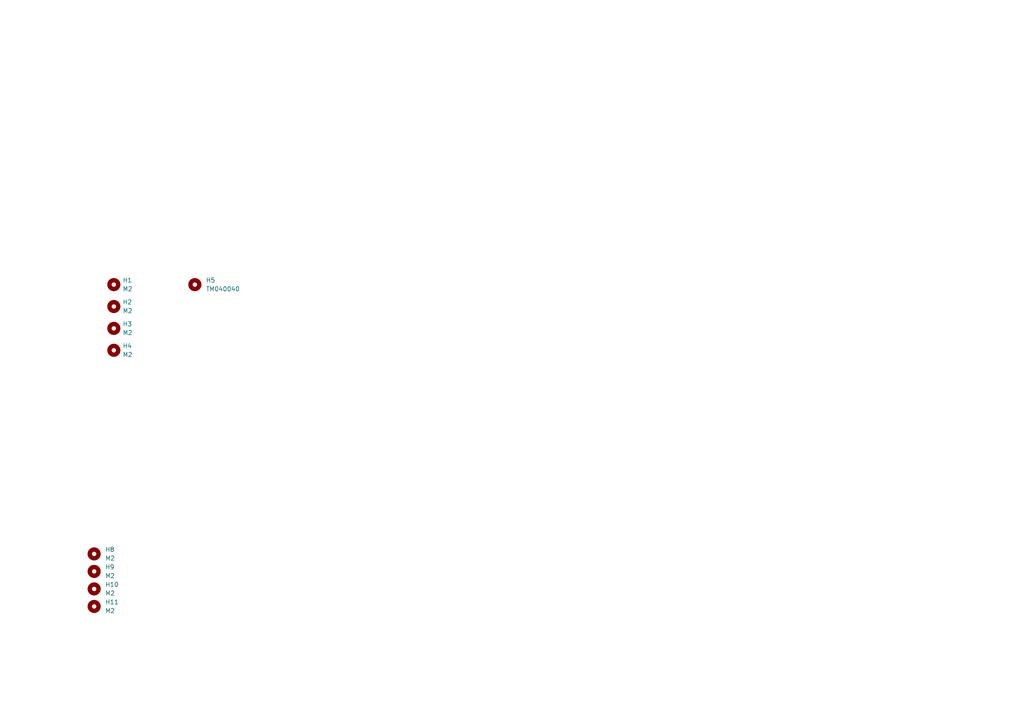
<source format=kicad_sch>
(kicad_sch (version 20230121) (generator eeschema)
  (paper "A4")
  (lib_symbols
    (symbol "Mechanical:MountingHole" (pin_names (offset 1.016))
      (property "Reference" "H" (at 0 5.08 0))
      (property "Value" "MountingHole" (at 0 3.175 0))
      (symbol "MountingHole_0_1"
        (circle (center 0 0) (radius 1.27) (stroke (width 1.27)))
      )
    )
  )
  (symbol (lib_id "Mechanical:MountingHole") (at 33.02 95.25 0) (unit 1)
    (property "Reference" "H3" (at 35.56 93.98 0) (effects (justify left)))
    (property "Value" "M2" (at 35.56 96.52 0) (effects (justify left)))
    (property "Footprint" "MountingHole:MountingHole_2.2mm_M2" (effects hide))
  )
  (symbol (lib_id "Mechanical:MountingHole") (at 27.305 175.895 0) (unit 1)
    (property "Reference" "H11" (at 30.48 174.625 0) (effects (justify left)))
    (property "Value" "M2" (at 30.48 177.165 0) (effects (justify left)))
    (property "Footprint" "MountingHole:MountingHole_2.2mm_M2" (effects hide))
  )
  (symbol (lib_id "Mechanical:MountingHole") (at 33.02 101.6 0) (unit 1)
    (property "Reference" "H4" (at 35.56 100.33 0) (effects (justify left)))
    (property "Value" "M2" (at 35.56 102.87 0) (effects (justify left)))
    (property "Footprint" "MountingHole:MountingHole_2.2mm_M2" (effects hide))
  )
  (symbol (lib_id "Mechanical:MountingHole") (at 33.02 82.55 0) (unit 1)
    (property "Reference" "H1" (at 35.56 81.28 0) (effects (justify left)))
    (property "Value" "M2" (at 35.56 83.82 0) (effects (justify left)))
    (property "Footprint" "MountingHole:MountingHole_2.2mm_M2" (effects hide))
  )
  (symbol (lib_id "Mechanical:MountingHole") (at 56.515 82.55 0) (unit 1)
    (property "Reference" "H5" (at 59.69 81.28 0) (effects (justify left)))
    (property "Value" "TM040040" (at 59.69 83.82 0) (effects (justify left)))
    (property "Footprint" "DreaM117er-keebLibrary:Trackpad_Cirque_TM040040" (effects hide))
  )
  (symbol (lib_id "Mechanical:MountingHole") (at 27.305 165.735 0) (unit 1)
    (property "Reference" "H9" (at 30.48 164.465 0) (effects (justify left)))
    (property "Value" "M2" (at 30.48 167.005 0) (effects (justify left)))
    (property "Footprint" "MountingHole:MountingHole_2.2mm_M2" (effects hide))
  )
  (symbol (lib_id "Mechanical:MountingHole") (at 33.02 88.9 0) (unit 1)
    (property "Reference" "H2" (at 35.56 87.63 0) (effects (justify left)))
    (property "Value" "M2" (at 35.56 90.17 0) (effects (justify left)))
    (property "Footprint" "MountingHole:MountingHole_2.2mm_M2" (effects hide))
  )
  (symbol (lib_id "Mechanical:MountingHole") (at 27.305 160.655 0) (unit 1)
    (property "Reference" "H8" (at 30.48 159.385 0) (effects (justify left)))
    (property "Value" "M2" (at 30.48 161.925 0) (effects (justify left)))
    (property "Footprint" "MountingHole:MountingHole_2.2mm_M2" (effects hide))
  )
  (symbol (lib_id "Mechanical:MountingHole") (at 27.305 170.815 0) (unit 1)
    (property "Reference" "H10" (at 30.48 169.545 0) (effects (justify left)))
    (property "Value" "M2" (at 30.48 172.085 0) (effects (justify left)))
    (property "Footprint" "MountingHole:MountingHole_2.2mm_M2" (effects hide))
  )
)
</source>
